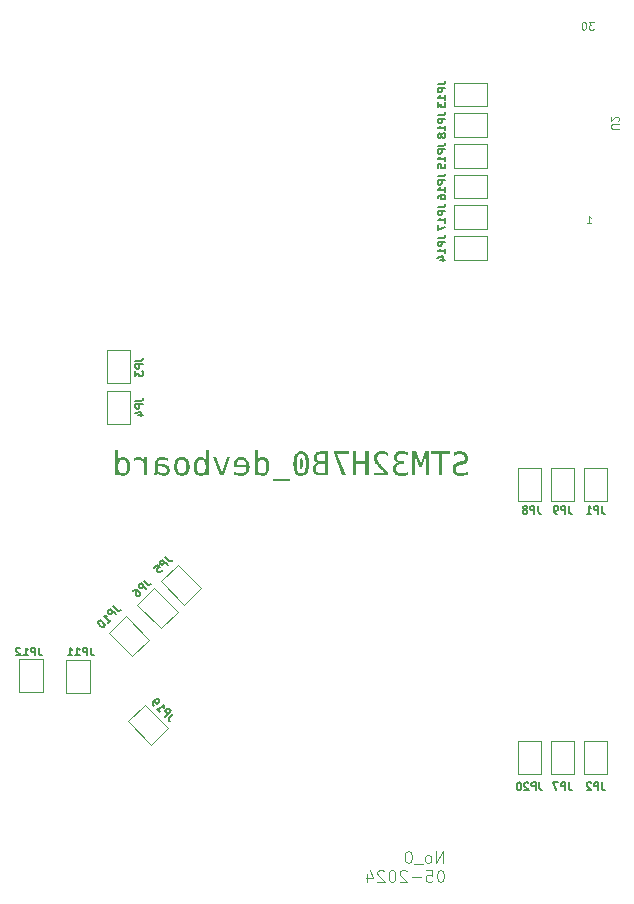
<source format=gbr>
%TF.GenerationSoftware,KiCad,Pcbnew,8.0.1*%
%TF.CreationDate,2024-05-16T13:17:23+02:00*%
%TF.ProjectId,STM32H7B0_devboard,53544d33-3248-4374-9230-5f646576626f,rev?*%
%TF.SameCoordinates,Original*%
%TF.FileFunction,Legend,Bot*%
%TF.FilePolarity,Positive*%
%FSLAX46Y46*%
G04 Gerber Fmt 4.6, Leading zero omitted, Abs format (unit mm)*
G04 Created by KiCad (PCBNEW 8.0.1) date 2024-05-16 13:17:23*
%MOMM*%
%LPD*%
G01*
G04 APERTURE LIST*
%ADD10C,0.100000*%
%ADD11C,0.150000*%
%ADD12C,0.120000*%
G04 APERTURE END LIST*
D10*
X171641353Y-49065252D02*
X171238972Y-49065252D01*
X171238972Y-49065252D02*
X171455639Y-49312871D01*
X171455639Y-49312871D02*
X171362782Y-49312871D01*
X171362782Y-49312871D02*
X171300877Y-49343823D01*
X171300877Y-49343823D02*
X171269925Y-49374776D01*
X171269925Y-49374776D02*
X171238972Y-49436680D01*
X171238972Y-49436680D02*
X171238972Y-49591442D01*
X171238972Y-49591442D02*
X171269925Y-49653347D01*
X171269925Y-49653347D02*
X171300877Y-49684300D01*
X171300877Y-49684300D02*
X171362782Y-49715252D01*
X171362782Y-49715252D02*
X171548496Y-49715252D01*
X171548496Y-49715252D02*
X171610401Y-49684300D01*
X171610401Y-49684300D02*
X171641353Y-49653347D01*
X170836591Y-49065252D02*
X170774686Y-49065252D01*
X170774686Y-49065252D02*
X170712782Y-49096204D01*
X170712782Y-49096204D02*
X170681829Y-49127157D01*
X170681829Y-49127157D02*
X170650877Y-49189061D01*
X170650877Y-49189061D02*
X170619924Y-49312871D01*
X170619924Y-49312871D02*
X170619924Y-49467633D01*
X170619924Y-49467633D02*
X170650877Y-49591442D01*
X170650877Y-49591442D02*
X170681829Y-49653347D01*
X170681829Y-49653347D02*
X170712782Y-49684300D01*
X170712782Y-49684300D02*
X170774686Y-49715252D01*
X170774686Y-49715252D02*
X170836591Y-49715252D01*
X170836591Y-49715252D02*
X170898496Y-49684300D01*
X170898496Y-49684300D02*
X170929448Y-49653347D01*
X170929448Y-49653347D02*
X170960401Y-49591442D01*
X170960401Y-49591442D02*
X170991353Y-49467633D01*
X170991353Y-49467633D02*
X170991353Y-49312871D01*
X170991353Y-49312871D02*
X170960401Y-49189061D01*
X170960401Y-49189061D02*
X170929448Y-49127157D01*
X170929448Y-49127157D02*
X170898496Y-49096204D01*
X170898496Y-49096204D02*
X170836591Y-49065252D01*
X158896115Y-120262475D02*
X158896115Y-119262475D01*
X158896115Y-119262475D02*
X158324687Y-120262475D01*
X158324687Y-120262475D02*
X158324687Y-119262475D01*
X157705639Y-120262475D02*
X157800877Y-120214856D01*
X157800877Y-120214856D02*
X157848496Y-120167236D01*
X157848496Y-120167236D02*
X157896115Y-120071998D01*
X157896115Y-120071998D02*
X157896115Y-119786284D01*
X157896115Y-119786284D02*
X157848496Y-119691046D01*
X157848496Y-119691046D02*
X157800877Y-119643427D01*
X157800877Y-119643427D02*
X157705639Y-119595808D01*
X157705639Y-119595808D02*
X157562782Y-119595808D01*
X157562782Y-119595808D02*
X157467544Y-119643427D01*
X157467544Y-119643427D02*
X157419925Y-119691046D01*
X157419925Y-119691046D02*
X157372306Y-119786284D01*
X157372306Y-119786284D02*
X157372306Y-120071998D01*
X157372306Y-120071998D02*
X157419925Y-120167236D01*
X157419925Y-120167236D02*
X157467544Y-120214856D01*
X157467544Y-120214856D02*
X157562782Y-120262475D01*
X157562782Y-120262475D02*
X157705639Y-120262475D01*
X157181830Y-120357713D02*
X156419925Y-120357713D01*
X155991353Y-119262475D02*
X155896115Y-119262475D01*
X155896115Y-119262475D02*
X155800877Y-119310094D01*
X155800877Y-119310094D02*
X155753258Y-119357713D01*
X155753258Y-119357713D02*
X155705639Y-119452951D01*
X155705639Y-119452951D02*
X155658020Y-119643427D01*
X155658020Y-119643427D02*
X155658020Y-119881522D01*
X155658020Y-119881522D02*
X155705639Y-120071998D01*
X155705639Y-120071998D02*
X155753258Y-120167236D01*
X155753258Y-120167236D02*
X155800877Y-120214856D01*
X155800877Y-120214856D02*
X155896115Y-120262475D01*
X155896115Y-120262475D02*
X155991353Y-120262475D01*
X155991353Y-120262475D02*
X156086591Y-120214856D01*
X156086591Y-120214856D02*
X156134210Y-120167236D01*
X156134210Y-120167236D02*
X156181829Y-120071998D01*
X156181829Y-120071998D02*
X156229448Y-119881522D01*
X156229448Y-119881522D02*
X156229448Y-119643427D01*
X156229448Y-119643427D02*
X156181829Y-119452951D01*
X156181829Y-119452951D02*
X156134210Y-119357713D01*
X156134210Y-119357713D02*
X156086591Y-119310094D01*
X156086591Y-119310094D02*
X155991353Y-119262475D01*
X158705639Y-120872419D02*
X158610401Y-120872419D01*
X158610401Y-120872419D02*
X158515163Y-120920038D01*
X158515163Y-120920038D02*
X158467544Y-120967657D01*
X158467544Y-120967657D02*
X158419925Y-121062895D01*
X158419925Y-121062895D02*
X158372306Y-121253371D01*
X158372306Y-121253371D02*
X158372306Y-121491466D01*
X158372306Y-121491466D02*
X158419925Y-121681942D01*
X158419925Y-121681942D02*
X158467544Y-121777180D01*
X158467544Y-121777180D02*
X158515163Y-121824800D01*
X158515163Y-121824800D02*
X158610401Y-121872419D01*
X158610401Y-121872419D02*
X158705639Y-121872419D01*
X158705639Y-121872419D02*
X158800877Y-121824800D01*
X158800877Y-121824800D02*
X158848496Y-121777180D01*
X158848496Y-121777180D02*
X158896115Y-121681942D01*
X158896115Y-121681942D02*
X158943734Y-121491466D01*
X158943734Y-121491466D02*
X158943734Y-121253371D01*
X158943734Y-121253371D02*
X158896115Y-121062895D01*
X158896115Y-121062895D02*
X158848496Y-120967657D01*
X158848496Y-120967657D02*
X158800877Y-120920038D01*
X158800877Y-120920038D02*
X158705639Y-120872419D01*
X157467544Y-120872419D02*
X157943734Y-120872419D01*
X157943734Y-120872419D02*
X157991353Y-121348609D01*
X157991353Y-121348609D02*
X157943734Y-121300990D01*
X157943734Y-121300990D02*
X157848496Y-121253371D01*
X157848496Y-121253371D02*
X157610401Y-121253371D01*
X157610401Y-121253371D02*
X157515163Y-121300990D01*
X157515163Y-121300990D02*
X157467544Y-121348609D01*
X157467544Y-121348609D02*
X157419925Y-121443847D01*
X157419925Y-121443847D02*
X157419925Y-121681942D01*
X157419925Y-121681942D02*
X157467544Y-121777180D01*
X157467544Y-121777180D02*
X157515163Y-121824800D01*
X157515163Y-121824800D02*
X157610401Y-121872419D01*
X157610401Y-121872419D02*
X157848496Y-121872419D01*
X157848496Y-121872419D02*
X157943734Y-121824800D01*
X157943734Y-121824800D02*
X157991353Y-121777180D01*
X156991353Y-121491466D02*
X156229449Y-121491466D01*
X155800877Y-120967657D02*
X155753258Y-120920038D01*
X155753258Y-120920038D02*
X155658020Y-120872419D01*
X155658020Y-120872419D02*
X155419925Y-120872419D01*
X155419925Y-120872419D02*
X155324687Y-120920038D01*
X155324687Y-120920038D02*
X155277068Y-120967657D01*
X155277068Y-120967657D02*
X155229449Y-121062895D01*
X155229449Y-121062895D02*
X155229449Y-121158133D01*
X155229449Y-121158133D02*
X155277068Y-121300990D01*
X155277068Y-121300990D02*
X155848496Y-121872419D01*
X155848496Y-121872419D02*
X155229449Y-121872419D01*
X154610401Y-120872419D02*
X154515163Y-120872419D01*
X154515163Y-120872419D02*
X154419925Y-120920038D01*
X154419925Y-120920038D02*
X154372306Y-120967657D01*
X154372306Y-120967657D02*
X154324687Y-121062895D01*
X154324687Y-121062895D02*
X154277068Y-121253371D01*
X154277068Y-121253371D02*
X154277068Y-121491466D01*
X154277068Y-121491466D02*
X154324687Y-121681942D01*
X154324687Y-121681942D02*
X154372306Y-121777180D01*
X154372306Y-121777180D02*
X154419925Y-121824800D01*
X154419925Y-121824800D02*
X154515163Y-121872419D01*
X154515163Y-121872419D02*
X154610401Y-121872419D01*
X154610401Y-121872419D02*
X154705639Y-121824800D01*
X154705639Y-121824800D02*
X154753258Y-121777180D01*
X154753258Y-121777180D02*
X154800877Y-121681942D01*
X154800877Y-121681942D02*
X154848496Y-121491466D01*
X154848496Y-121491466D02*
X154848496Y-121253371D01*
X154848496Y-121253371D02*
X154800877Y-121062895D01*
X154800877Y-121062895D02*
X154753258Y-120967657D01*
X154753258Y-120967657D02*
X154705639Y-120920038D01*
X154705639Y-120920038D02*
X154610401Y-120872419D01*
X153896115Y-120967657D02*
X153848496Y-120920038D01*
X153848496Y-120920038D02*
X153753258Y-120872419D01*
X153753258Y-120872419D02*
X153515163Y-120872419D01*
X153515163Y-120872419D02*
X153419925Y-120920038D01*
X153419925Y-120920038D02*
X153372306Y-120967657D01*
X153372306Y-120967657D02*
X153324687Y-121062895D01*
X153324687Y-121062895D02*
X153324687Y-121158133D01*
X153324687Y-121158133D02*
X153372306Y-121300990D01*
X153372306Y-121300990D02*
X153943734Y-121872419D01*
X153943734Y-121872419D02*
X153324687Y-121872419D01*
X152467544Y-121205752D02*
X152467544Y-121872419D01*
X152705639Y-120824800D02*
X152943734Y-121539085D01*
X152943734Y-121539085D02*
X152324687Y-121539085D01*
G36*
X160401325Y-87491263D02*
G01*
X160501902Y-87487742D01*
X160602133Y-87477179D01*
X160692951Y-87461465D01*
X160792589Y-87437747D01*
X160892689Y-87407564D01*
X160984089Y-87374515D01*
X160984089Y-87086308D01*
X160898111Y-87137519D01*
X160804573Y-87184994D01*
X160713135Y-87222546D01*
X160686113Y-87231877D01*
X160590610Y-87258297D01*
X160485372Y-87274612D01*
X160405722Y-87278283D01*
X160306895Y-87272513D01*
X160209363Y-87252227D01*
X160117944Y-87212556D01*
X160078925Y-87185959D01*
X160012734Y-87112674D01*
X159974019Y-87019763D01*
X159962665Y-86918269D01*
X159973794Y-86818503D01*
X160014906Y-86725899D01*
X160041800Y-86694054D01*
X160120385Y-86635985D01*
X160152198Y-86620781D01*
X160248941Y-86587045D01*
X160320725Y-86569002D01*
X160468736Y-86535296D01*
X160567243Y-86509788D01*
X160663105Y-86477503D01*
X160710048Y-86458115D01*
X160799056Y-86409565D01*
X160877199Y-86346657D01*
X160881507Y-86342344D01*
X160943610Y-86263205D01*
X160985388Y-86169769D01*
X161006842Y-86062037D01*
X161009979Y-85996008D01*
X161003487Y-85896529D01*
X160979504Y-85790627D01*
X160937851Y-85695665D01*
X160878525Y-85611643D01*
X160825331Y-85558325D01*
X160742183Y-85497190D01*
X160653087Y-85452644D01*
X160615771Y-85438646D01*
X160519142Y-85413046D01*
X160413171Y-85399262D01*
X160337334Y-85396636D01*
X160238960Y-85400667D01*
X160137522Y-85412760D01*
X160089672Y-85421060D01*
X159992310Y-85444141D01*
X159958269Y-85453300D01*
X159861507Y-85482287D01*
X159816608Y-85497752D01*
X159816608Y-85776189D01*
X159901258Y-85725019D01*
X159944591Y-85702916D01*
X160037373Y-85662708D01*
X160068178Y-85651625D01*
X160163433Y-85626026D01*
X160266625Y-85611626D01*
X160322191Y-85609616D01*
X160425686Y-85616841D01*
X160525635Y-85641819D01*
X160617286Y-85689901D01*
X160631891Y-85700963D01*
X160701546Y-85778655D01*
X160739052Y-85875443D01*
X160746196Y-85950579D01*
X160733297Y-86048463D01*
X160726657Y-86066838D01*
X160670969Y-86147438D01*
X160587473Y-86202774D01*
X160496034Y-86239086D01*
X160393510Y-86267117D01*
X160248429Y-86299846D01*
X160147588Y-86326694D01*
X160043136Y-86365222D01*
X159952896Y-86411511D01*
X159867166Y-86473915D01*
X159831263Y-86508918D01*
X159767270Y-86596124D01*
X159727970Y-86687654D01*
X159705218Y-86792373D01*
X159698883Y-86894822D01*
X159704540Y-86995913D01*
X159723614Y-87093950D01*
X159746755Y-87159092D01*
X159795468Y-87247449D01*
X159862809Y-87325724D01*
X159878157Y-87339344D01*
X159964300Y-87398539D01*
X160066291Y-87443194D01*
X160166326Y-87469899D01*
X160278004Y-87485922D01*
X160379963Y-87491114D01*
X160401325Y-87491263D01*
G37*
G36*
X158810327Y-85640879D02*
G01*
X159451221Y-85640879D01*
X159451221Y-85427899D01*
X157894417Y-85427899D01*
X157894417Y-85640879D01*
X158532868Y-85640879D01*
X158532868Y-87460000D01*
X158810327Y-87460000D01*
X158810327Y-85640879D01*
G37*
G36*
X157713677Y-85427899D02*
G01*
X157344870Y-85427899D01*
X156992184Y-86465931D01*
X156636566Y-85427899D01*
X156265806Y-85427899D01*
X156265806Y-87460000D01*
X156521772Y-87460000D01*
X156521772Y-85679469D01*
X156885205Y-86735575D01*
X157094277Y-86735575D01*
X157459665Y-85679469D01*
X157459665Y-87460000D01*
X157713677Y-87460000D01*
X157713677Y-85427899D01*
G37*
G36*
X155373342Y-87491263D02*
G01*
X155475100Y-87487965D01*
X155510607Y-87485401D01*
X155610265Y-87474780D01*
X155656175Y-87467815D01*
X155753068Y-87449986D01*
X155794417Y-87440949D01*
X155892521Y-87415343D01*
X155943405Y-87399916D01*
X155943405Y-87124410D01*
X155852985Y-87169981D01*
X155806629Y-87191332D01*
X155712532Y-87227686D01*
X155668387Y-87241158D01*
X155571342Y-87263047D01*
X155534054Y-87269002D01*
X155433304Y-87277703D01*
X155399232Y-87278283D01*
X155291887Y-87271536D01*
X155187181Y-87247815D01*
X155090782Y-87201428D01*
X155050453Y-87170327D01*
X154986311Y-87093658D01*
X154945925Y-86999815D01*
X154929889Y-86900674D01*
X154928820Y-86864535D01*
X154938364Y-86762844D01*
X154971356Y-86665261D01*
X155027914Y-86583898D01*
X155049476Y-86562651D01*
X155133406Y-86505207D01*
X155234986Y-86469038D01*
X155341499Y-86454676D01*
X155380181Y-86453719D01*
X155590718Y-86453719D01*
X155590718Y-86240739D01*
X155380181Y-86240739D01*
X155278601Y-86234248D01*
X155182048Y-86211808D01*
X155088855Y-86163723D01*
X155082205Y-86158674D01*
X155013889Y-86081335D01*
X154981741Y-85988908D01*
X154976692Y-85925666D01*
X154990568Y-85821550D01*
X155036918Y-85730928D01*
X155075366Y-85691681D01*
X155160568Y-85641673D01*
X155262205Y-85616107D01*
X155362107Y-85609616D01*
X155465530Y-85614852D01*
X155568432Y-85629090D01*
X155609769Y-85636971D01*
X155709626Y-85660647D01*
X155803455Y-85689833D01*
X155881856Y-85719036D01*
X155881856Y-85478702D01*
X155781420Y-85455060D01*
X155679427Y-85433682D01*
X155586322Y-85417152D01*
X155489511Y-85403869D01*
X155389760Y-85397137D01*
X155355268Y-85396636D01*
X155251015Y-85401651D01*
X155152943Y-85416694D01*
X155090997Y-85432295D01*
X154997647Y-85467315D01*
X154908475Y-85518553D01*
X154879483Y-85540251D01*
X154802333Y-85616790D01*
X154747226Y-85705725D01*
X154714161Y-85807056D01*
X154703312Y-85905888D01*
X154703140Y-85920781D01*
X154712490Y-86020577D01*
X154727076Y-86073677D01*
X154772587Y-86162560D01*
X154796441Y-86193356D01*
X154870639Y-86259689D01*
X154956124Y-86307469D01*
X155058782Y-86343323D01*
X155069993Y-86346252D01*
X154975287Y-86378340D01*
X154882903Y-86426919D01*
X154805512Y-86488712D01*
X154762247Y-86537250D01*
X154708786Y-86622979D01*
X154680669Y-86696496D01*
X154660849Y-86792328D01*
X154655268Y-86882609D01*
X154661863Y-86984298D01*
X154686226Y-87092343D01*
X154728541Y-87188982D01*
X154788808Y-87274213D01*
X154842847Y-87328108D01*
X154924706Y-87386830D01*
X155019465Y-87432814D01*
X155067550Y-87449741D01*
X155163189Y-87473381D01*
X155268757Y-87487208D01*
X155373342Y-87491263D01*
G37*
G36*
X154255198Y-87276329D02*
G01*
X154221004Y-87191332D01*
X154152825Y-87119575D01*
X154081590Y-87044322D01*
X154036357Y-86996427D01*
X153968064Y-86923688D01*
X153896909Y-86847133D01*
X153830423Y-86774971D01*
X153807745Y-86750230D01*
X153739914Y-86675979D01*
X153671014Y-86600589D01*
X153668039Y-86597334D01*
X153601013Y-86523142D01*
X153596231Y-86517711D01*
X153545429Y-86458115D01*
X153484091Y-86381479D01*
X153430146Y-86308639D01*
X153377987Y-86224470D01*
X153359316Y-86186517D01*
X153326591Y-86093005D01*
X153311865Y-85993020D01*
X153311444Y-85973049D01*
X153321223Y-85874007D01*
X153354571Y-85781700D01*
X153411584Y-85706824D01*
X153498000Y-85647588D01*
X153595801Y-85617305D01*
X153689043Y-85609616D01*
X153798989Y-85618615D01*
X153897804Y-85640654D01*
X154000844Y-85675917D01*
X154108108Y-85724403D01*
X154200723Y-85774909D01*
X154238590Y-85797683D01*
X154238590Y-85522177D01*
X154142993Y-85483105D01*
X154047626Y-85451190D01*
X153961130Y-85428387D01*
X153859991Y-85409039D01*
X153759538Y-85398620D01*
X153692951Y-85396636D01*
X153588881Y-85402063D01*
X153489894Y-85418343D01*
X153426727Y-85435226D01*
X153330678Y-85473440D01*
X153244949Y-85526165D01*
X153208862Y-85555394D01*
X153139467Y-85630713D01*
X153087482Y-85713794D01*
X153077948Y-85733203D01*
X153044221Y-85830148D01*
X153029815Y-85929210D01*
X153028611Y-85969630D01*
X153037060Y-86070586D01*
X153062408Y-86171954D01*
X153088695Y-86239762D01*
X153135808Y-86328259D01*
X153166364Y-86373607D01*
X153227621Y-86454270D01*
X153287020Y-86527480D01*
X153351721Y-86602264D01*
X153381297Y-86635924D01*
X153448411Y-86710422D01*
X153508304Y-86775631D01*
X153576478Y-86847793D01*
X153605024Y-86877236D01*
X153674450Y-86946845D01*
X153698813Y-86971025D01*
X153769448Y-87041861D01*
X153811653Y-87084842D01*
X153882117Y-87157871D01*
X153949621Y-87229076D01*
X153966503Y-87247020D01*
X153014933Y-87247020D01*
X153014933Y-87460000D01*
X154255198Y-87460000D01*
X154255198Y-87276329D01*
G37*
G36*
X152591416Y-85427899D02*
G01*
X152313468Y-85427899D01*
X152313468Y-86272002D01*
X151557780Y-86272002D01*
X151557780Y-85427899D01*
X151279832Y-85427899D01*
X151279832Y-87460000D01*
X151557780Y-87460000D01*
X151557780Y-86484982D01*
X152313468Y-86484982D01*
X152313468Y-87460000D01*
X152591416Y-87460000D01*
X152591416Y-85427899D01*
G37*
G36*
X149926727Y-85640879D02*
G01*
X150904187Y-85640879D01*
X150904187Y-85427899D01*
X149618981Y-85427899D01*
X149618981Y-85537320D01*
X150349267Y-87460000D01*
X150637473Y-87460000D01*
X149926727Y-85640879D01*
G37*
G36*
X149182763Y-87460000D02*
G01*
X148578506Y-87460000D01*
X148556298Y-87459862D01*
X148450382Y-87455036D01*
X148334553Y-87440147D01*
X148231021Y-87415332D01*
X148125774Y-87373835D01*
X148037264Y-87318827D01*
X147994674Y-87281794D01*
X147926530Y-87195088D01*
X147885538Y-87105395D01*
X147861936Y-87002800D01*
X147855547Y-86904591D01*
X147856818Y-86879190D01*
X148133007Y-86879190D01*
X148141122Y-86980246D01*
X148173078Y-87080461D01*
X148235589Y-87160558D01*
X148279644Y-87189941D01*
X148373831Y-87225404D01*
X148480786Y-87242882D01*
X148578506Y-87247020D01*
X148905303Y-87247020D01*
X148905303Y-86484982D01*
X148578506Y-86484982D01*
X148523330Y-86486463D01*
X148424106Y-86498309D01*
X148330216Y-86525794D01*
X148240963Y-86579748D01*
X148227890Y-86592195D01*
X148171066Y-86675592D01*
X148141547Y-86773347D01*
X148133007Y-86879190D01*
X147856818Y-86879190D01*
X147859532Y-86824959D01*
X147877239Y-86727490D01*
X147914093Y-86629736D01*
X147968876Y-86544577D01*
X148014517Y-86496051D01*
X148094764Y-86437752D01*
X148189153Y-86396841D01*
X148284926Y-86375073D01*
X148219553Y-86361861D01*
X148126168Y-86326713D01*
X148090341Y-86305813D01*
X148015282Y-86239762D01*
X147990629Y-86205349D01*
X147949825Y-86115198D01*
X147933797Y-86046877D01*
X147926378Y-85946671D01*
X147926409Y-85943740D01*
X148205303Y-85943740D01*
X148208429Y-86004259D01*
X148233433Y-86105925D01*
X148294207Y-86191891D01*
X148375998Y-86240709D01*
X148479456Y-86265665D01*
X148584368Y-86272002D01*
X148905303Y-86272002D01*
X148905303Y-85640879D01*
X148584368Y-85640879D01*
X148490121Y-85645275D01*
X148383761Y-85665677D01*
X148292742Y-85711221D01*
X148254487Y-85751399D01*
X148215635Y-85842213D01*
X148205303Y-85943740D01*
X147926409Y-85943740D01*
X147926543Y-85931242D01*
X147936972Y-85829465D01*
X147968754Y-85726486D01*
X148021724Y-85637734D01*
X148095882Y-85563210D01*
X148164942Y-85517225D01*
X148258014Y-85475601D01*
X148364549Y-85446927D01*
X148466582Y-85432656D01*
X148578506Y-85427899D01*
X149182763Y-85427899D01*
X149182763Y-87460000D01*
G37*
G36*
X146921872Y-85975021D02*
G01*
X146968461Y-86061574D01*
X146992882Y-86157208D01*
X147004286Y-86220736D01*
X147014863Y-86319385D01*
X147016123Y-86340054D01*
X147020237Y-86438576D01*
X147019198Y-86475895D01*
X147011444Y-86575352D01*
X147005214Y-86628999D01*
X146988485Y-86729225D01*
X146978799Y-86772665D01*
X146948429Y-86868932D01*
X146880530Y-86928527D01*
X146840280Y-86912530D01*
X146791340Y-86824053D01*
X146768667Y-86726294D01*
X146759005Y-86657166D01*
X146750104Y-86558743D01*
X146749513Y-86548756D01*
X146745219Y-86449323D01*
X146746030Y-86416245D01*
X146753524Y-86316943D01*
X146759868Y-86259799D01*
X146775505Y-86161605D01*
X146788176Y-86105238D01*
X146821423Y-86012128D01*
X146886392Y-85959371D01*
X146921872Y-85975021D01*
G37*
G36*
X146923856Y-85397672D02*
G01*
X147037395Y-85413214D01*
X147139462Y-85447406D01*
X147230057Y-85500248D01*
X147309180Y-85571741D01*
X147376831Y-85661884D01*
X147387110Y-85678767D01*
X147433606Y-85770511D01*
X147471946Y-85874467D01*
X147502128Y-85990635D01*
X147520400Y-86092362D01*
X147533452Y-86201905D01*
X147541283Y-86319263D01*
X147543893Y-86444438D01*
X147543730Y-86476404D01*
X147539815Y-86599403D01*
X147530679Y-86714617D01*
X147516322Y-86822046D01*
X147496744Y-86921689D01*
X147464930Y-87035296D01*
X147424960Y-87136737D01*
X147376831Y-87226015D01*
X147344440Y-87273418D01*
X147271052Y-87354235D01*
X147186193Y-87416403D01*
X147089862Y-87459920D01*
X146982060Y-87484787D01*
X146883461Y-87491263D01*
X146843231Y-87490226D01*
X146729985Y-87474685D01*
X146627901Y-87440493D01*
X146536979Y-87387650D01*
X146457221Y-87316158D01*
X146388625Y-87226015D01*
X146368727Y-87192653D01*
X146324391Y-87100499D01*
X146291096Y-87006874D01*
X146264061Y-86903126D01*
X146256466Y-86866225D01*
X146239865Y-86761651D01*
X146229697Y-86662785D01*
X146223596Y-86557048D01*
X146221563Y-86444438D01*
X146499023Y-86444438D01*
X146500503Y-86546676D01*
X146506519Y-86664922D01*
X146517161Y-86772553D01*
X146532431Y-86869571D01*
X146556863Y-86971981D01*
X146593789Y-87072142D01*
X146625719Y-87131528D01*
X146695636Y-87213059D01*
X146781550Y-87261977D01*
X146883461Y-87278283D01*
X146951902Y-87271036D01*
X147041942Y-87232988D01*
X147116835Y-87162329D01*
X147170690Y-87072142D01*
X147207997Y-86972816D01*
X147232680Y-86870749D01*
X147248108Y-86773755D01*
X147258860Y-86665909D01*
X147264938Y-86547211D01*
X147266434Y-86444438D01*
X147265849Y-86377777D01*
X147262483Y-86277668D01*
X147255120Y-86174679D01*
X147242498Y-86072212D01*
X147230880Y-86007180D01*
X147205636Y-85907334D01*
X147170690Y-85815757D01*
X147138820Y-85756370D01*
X147069310Y-85674840D01*
X146984191Y-85625922D01*
X146883461Y-85609616D01*
X146813743Y-85616914D01*
X146722497Y-85655232D01*
X146647247Y-85726394D01*
X146593789Y-85817222D01*
X146556863Y-85916859D01*
X146532431Y-86019006D01*
X146517161Y-86115935D01*
X146506519Y-86223597D01*
X146500503Y-86341993D01*
X146499023Y-86444438D01*
X146221563Y-86444438D01*
X146221729Y-86411620D01*
X146224924Y-86301113D01*
X146232187Y-86197386D01*
X146245468Y-86087141D01*
X146264061Y-85985750D01*
X146272377Y-85949867D01*
X146301499Y-85849073D01*
X146341198Y-85749134D01*
X146388625Y-85661884D01*
X146421278Y-85614481D01*
X146495112Y-85533663D01*
X146580315Y-85471496D01*
X146676886Y-85427979D01*
X146784826Y-85403112D01*
X146883461Y-85396636D01*
X146923856Y-85397672D01*
G37*
G36*
X145912840Y-87741367D02*
G01*
X144485484Y-87741367D01*
X144485484Y-87897683D01*
X145912840Y-87897683D01*
X145912840Y-87741367D01*
G37*
G36*
X143184159Y-86137669D02*
G01*
X143209169Y-86093774D01*
X143274080Y-86014221D01*
X143353663Y-85955952D01*
X143394559Y-85935865D01*
X143489764Y-85906600D01*
X143593998Y-85896845D01*
X143660623Y-85900150D01*
X143768731Y-85921839D01*
X143866041Y-85963770D01*
X143952551Y-86025943D01*
X144028262Y-86108360D01*
X144065929Y-86163612D01*
X144113012Y-86255392D01*
X144148796Y-86357854D01*
X144173279Y-86470997D01*
X144185050Y-86573443D01*
X144188974Y-86683307D01*
X144186064Y-86773792D01*
X144176141Y-86872884D01*
X144159176Y-86971514D01*
X144141713Y-87041306D01*
X144106816Y-87140270D01*
X144061479Y-87232365D01*
X144024690Y-87288297D01*
X143958859Y-87361203D01*
X143880251Y-87420921D01*
X143795710Y-87460969D01*
X143698586Y-87484393D01*
X143599371Y-87491263D01*
X143531655Y-87487637D01*
X143424024Y-87463845D01*
X143330231Y-87417847D01*
X143250276Y-87349642D01*
X143184159Y-87259232D01*
X143159246Y-87460000D01*
X142932588Y-87460000D01*
X142932588Y-86692588D01*
X143184159Y-86692588D01*
X143187578Y-86788087D01*
X143197836Y-86887983D01*
X143217864Y-86986779D01*
X143250593Y-87078981D01*
X143290998Y-87150080D01*
X143362456Y-87223084D01*
X143453130Y-87266154D01*
X143554431Y-87278283D01*
X143656784Y-87265939D01*
X143747871Y-87222107D01*
X143808729Y-87162358D01*
X143858757Y-87077515D01*
X143890387Y-86985680D01*
X143910048Y-86887006D01*
X143919866Y-86793196D01*
X143923726Y-86692588D01*
X143920307Y-86598433D01*
X143910048Y-86499637D01*
X143891966Y-86407280D01*
X143858757Y-86309616D01*
X143819020Y-86238276D01*
X143747871Y-86165512D01*
X143656784Y-86122061D01*
X143554431Y-86109825D01*
X143453130Y-86122061D01*
X143362456Y-86165512D01*
X143301383Y-86224667D01*
X143250593Y-86309616D01*
X143217864Y-86401329D01*
X143197836Y-86499637D01*
X143188019Y-86592394D01*
X143184159Y-86692588D01*
X142932588Y-86692588D01*
X142932588Y-85334110D01*
X143184159Y-85334110D01*
X143184159Y-86137669D01*
G37*
G36*
X141893056Y-85902011D02*
G01*
X141996470Y-85920566D01*
X142090542Y-85952615D01*
X142185205Y-86004801D01*
X142241643Y-86047763D01*
X142316059Y-86122187D01*
X142378188Y-86208591D01*
X142423098Y-86295450D01*
X142458147Y-86389727D01*
X142483182Y-86489378D01*
X142498203Y-86594403D01*
X142503210Y-86704801D01*
X142500057Y-86793621D01*
X142487251Y-86897885D01*
X142464594Y-86994635D01*
X142424403Y-87100817D01*
X142370027Y-87196181D01*
X142301465Y-87280725D01*
X142248647Y-87330070D01*
X142160491Y-87391751D01*
X142061618Y-87438628D01*
X141952030Y-87470702D01*
X141852520Y-87486123D01*
X141745568Y-87491263D01*
X141676325Y-87489278D01*
X141573835Y-87478860D01*
X141472993Y-87459511D01*
X141406529Y-87442078D01*
X141307633Y-87411006D01*
X141209699Y-87374026D01*
X141209699Y-87131249D01*
X141272531Y-87160649D01*
X141368839Y-87200514D01*
X141467620Y-87235296D01*
X141534848Y-87254103D01*
X141637750Y-87272238D01*
X141743126Y-87278283D01*
X141831225Y-87273474D01*
X141935547Y-87252103D01*
X142034955Y-87207624D01*
X142115352Y-87141507D01*
X142164269Y-87077179D01*
X142209508Y-86981284D01*
X142233046Y-86883586D01*
X142240893Y-86774166D01*
X142240893Y-86766350D01*
X141151081Y-86766350D01*
X141151081Y-86642274D01*
X141152567Y-86578030D01*
X141154780Y-86553370D01*
X141402651Y-86553370D01*
X142231123Y-86553370D01*
X142227093Y-86522947D01*
X142203371Y-86421994D01*
X142164689Y-86329644D01*
X142157936Y-86317225D01*
X142097193Y-86234307D01*
X142018632Y-86169420D01*
X141981864Y-86149167D01*
X141883649Y-86118206D01*
X141785624Y-86109825D01*
X141751911Y-86110749D01*
X141654045Y-86126507D01*
X141563363Y-86168932D01*
X141490823Y-86238053D01*
X141441242Y-86328178D01*
X141432197Y-86353709D01*
X141410038Y-86448958D01*
X141402651Y-86553370D01*
X141154780Y-86553370D01*
X141161645Y-86476892D01*
X141183432Y-86365316D01*
X141217103Y-86264423D01*
X141262658Y-86174212D01*
X141320097Y-86094682D01*
X141388138Y-86027448D01*
X141479760Y-85966590D01*
X141584566Y-85924666D01*
X141684893Y-85903800D01*
X141794905Y-85896845D01*
X141893056Y-85902011D01*
G37*
G36*
X140851639Y-85928108D02*
G01*
X140590788Y-85928108D01*
X140146266Y-87214291D01*
X139700767Y-85928108D01*
X139439427Y-85928108D01*
X139983600Y-87460000D01*
X140307466Y-87460000D01*
X140851639Y-85928108D01*
G37*
G36*
X139040334Y-87460000D02*
G01*
X138813189Y-87460000D01*
X138788764Y-87259232D01*
X138743837Y-87326077D01*
X138667956Y-87400626D01*
X138576928Y-87452968D01*
X138470753Y-87483105D01*
X138367690Y-87491263D01*
X138279500Y-87485698D01*
X138182943Y-87463785D01*
X138091695Y-87420921D01*
X138044692Y-87387758D01*
X137968811Y-87314637D01*
X137911933Y-87233831D01*
X137876753Y-87166189D01*
X137839224Y-87069870D01*
X137814235Y-86975422D01*
X137798264Y-86886788D01*
X137787528Y-86789071D01*
X137784056Y-86694054D01*
X138049197Y-86694054D01*
X138052616Y-86788332D01*
X138062875Y-86887494D01*
X138082536Y-86986046D01*
X138114166Y-87078492D01*
X138153903Y-87149926D01*
X138225052Y-87223084D01*
X138315758Y-87266154D01*
X138418004Y-87278283D01*
X138519655Y-87266154D01*
X138610467Y-87223084D01*
X138671296Y-87163686D01*
X138722330Y-87078981D01*
X138755059Y-86986779D01*
X138775087Y-86887983D01*
X138784904Y-86794202D01*
X138788764Y-86692588D01*
X138785345Y-86598189D01*
X138775087Y-86498660D01*
X138756683Y-86406060D01*
X138722330Y-86308639D01*
X138681685Y-86237967D01*
X138610467Y-86165512D01*
X138519655Y-86122061D01*
X138418004Y-86109825D01*
X138315758Y-86122061D01*
X138225052Y-86165512D01*
X138164194Y-86224667D01*
X138114166Y-86309616D01*
X138082536Y-86401451D01*
X138062875Y-86500125D01*
X138053057Y-86593584D01*
X138049197Y-86694054D01*
X137784056Y-86694054D01*
X137783949Y-86691123D01*
X137786268Y-86611950D01*
X137796572Y-86506265D01*
X137813258Y-86409267D01*
X137830325Y-86340268D01*
X137864969Y-86242724D01*
X137910467Y-86152323D01*
X137937326Y-86110523D01*
X138006361Y-86031033D01*
X138090230Y-85966699D01*
X138173312Y-85926929D01*
X138268747Y-85903667D01*
X138366224Y-85896845D01*
X138417103Y-85898923D01*
X138520742Y-85917683D01*
X138615352Y-85955952D01*
X138661384Y-85984683D01*
X138734840Y-86054412D01*
X138788764Y-86137669D01*
X138788764Y-85334110D01*
X139040334Y-85334110D01*
X139040334Y-87460000D01*
G37*
G36*
X136795874Y-85897047D02*
G01*
X136907867Y-85906709D01*
X137009521Y-85930867D01*
X137100838Y-85969518D01*
X137194307Y-86032931D01*
X137263224Y-86102986D01*
X137312055Y-86171806D01*
X137359729Y-86266007D01*
X137395483Y-86372883D01*
X137416175Y-86471627D01*
X137428590Y-86579172D01*
X137432728Y-86695519D01*
X137430087Y-86788950D01*
X137419359Y-86897860D01*
X137400377Y-86998016D01*
X137366706Y-87106649D01*
X137321151Y-87202676D01*
X137263712Y-87286099D01*
X137182545Y-87366040D01*
X137086932Y-87426347D01*
X136993480Y-87462411D01*
X136889416Y-87484050D01*
X136774738Y-87491263D01*
X136661090Y-87484101D01*
X136557919Y-87462617D01*
X136465223Y-87426811D01*
X136370318Y-87366935D01*
X136289672Y-87287564D01*
X136241121Y-87219307D01*
X136193723Y-87125655D01*
X136158174Y-87019192D01*
X136137602Y-86920686D01*
X136125258Y-86813284D01*
X136121144Y-86696985D01*
X136121267Y-86692588D01*
X136387857Y-86692588D01*
X136388250Y-86727429D01*
X136394146Y-86825792D01*
X136409968Y-86928872D01*
X136439842Y-87031278D01*
X136488485Y-87126852D01*
X136508113Y-87153915D01*
X136584515Y-87224898D01*
X136677804Y-87266304D01*
X136776203Y-87278283D01*
X136799313Y-87277691D01*
X136904728Y-87256988D01*
X136993257Y-87206708D01*
X137064898Y-87126852D01*
X137082969Y-87097304D01*
X137122468Y-87007217D01*
X137149327Y-86900704D01*
X137162460Y-86794031D01*
X137166015Y-86692588D01*
X137165622Y-86657929D01*
X137159726Y-86560087D01*
X137143904Y-86457572D01*
X137114030Y-86355753D01*
X137065387Y-86260767D01*
X137045746Y-86233792D01*
X136969115Y-86163038D01*
X136875311Y-86121765D01*
X136776203Y-86109825D01*
X136753155Y-86110415D01*
X136648044Y-86131051D01*
X136559821Y-86181169D01*
X136488485Y-86260767D01*
X136470502Y-86290128D01*
X136431194Y-86379673D01*
X136404465Y-86485583D01*
X136391395Y-86591678D01*
X136387857Y-86692588D01*
X136121267Y-86692588D01*
X136123785Y-86602532D01*
X136134513Y-86492558D01*
X136153495Y-86391576D01*
X136187166Y-86282268D01*
X136232721Y-86185909D01*
X136290160Y-86102498D01*
X136371187Y-86022366D01*
X136466379Y-85961915D01*
X136559247Y-85925765D01*
X136662522Y-85904075D01*
X136776203Y-85896845D01*
X136795874Y-85897047D01*
G37*
G36*
X135187312Y-85898738D02*
G01*
X135285933Y-85908676D01*
X135383042Y-85927131D01*
X135447125Y-85943282D01*
X135542678Y-85971286D01*
X135637543Y-86003824D01*
X135637543Y-86255882D01*
X135578314Y-86223337D01*
X135485349Y-86181617D01*
X135387438Y-86148415D01*
X135319966Y-86131532D01*
X135217613Y-86115252D01*
X135113886Y-86109825D01*
X135029256Y-86114527D01*
X134929241Y-86136345D01*
X134835450Y-86185052D01*
X134775022Y-86257821D01*
X134744131Y-86353250D01*
X134736287Y-86451765D01*
X134736287Y-86490844D01*
X135074319Y-86490844D01*
X135096101Y-86491019D01*
X135202661Y-86497164D01*
X135305310Y-86512085D01*
X135404047Y-86535785D01*
X135494798Y-86570312D01*
X135581402Y-86623170D01*
X135654152Y-86691612D01*
X135665686Y-86705751D01*
X135715825Y-86795660D01*
X135741872Y-86895227D01*
X135749406Y-86999357D01*
X135744340Y-87084669D01*
X135721824Y-87186289D01*
X135674962Y-87284044D01*
X135605303Y-87364256D01*
X135538541Y-87413744D01*
X135441782Y-87459511D01*
X135345459Y-87483325D01*
X135239427Y-87491263D01*
X135142035Y-87484727D01*
X135038431Y-87462441D01*
X134938520Y-87424340D01*
X134855172Y-87375596D01*
X134777595Y-87306000D01*
X134714794Y-87219665D01*
X134710903Y-87245901D01*
X134692812Y-87342274D01*
X134687339Y-87365464D01*
X134655687Y-87460000D01*
X134403140Y-87460000D01*
X134429329Y-87389623D01*
X134455112Y-87287133D01*
X134469574Y-87184494D01*
X134476422Y-87099280D01*
X134481748Y-87001006D01*
X134483740Y-86901172D01*
X134483740Y-86703824D01*
X134736287Y-86703824D01*
X134736287Y-86757557D01*
X134738461Y-86816341D01*
X134752303Y-86913199D01*
X134781716Y-87012547D01*
X134797048Y-87048544D01*
X134848967Y-87131867D01*
X134924354Y-87205010D01*
X134983907Y-87240430D01*
X135077616Y-87269625D01*
X135177878Y-87278283D01*
X135221141Y-87276601D01*
X135321344Y-87256490D01*
X135409420Y-87209406D01*
X135430143Y-87191088D01*
X135483244Y-87102817D01*
X135497836Y-87001311D01*
X135483346Y-86898894D01*
X135431891Y-86814221D01*
X135356664Y-86760122D01*
X135263852Y-86726782D01*
X135251073Y-86724002D01*
X135154136Y-86708868D01*
X135055268Y-86703824D01*
X134736287Y-86703824D01*
X134483740Y-86703824D01*
X134483740Y-86589030D01*
X134485440Y-86483036D01*
X134491317Y-86384117D01*
X134505233Y-86285191D01*
X134522117Y-86225355D01*
X134564981Y-86135722D01*
X134631263Y-86057069D01*
X134674192Y-86021983D01*
X134762848Y-85969103D01*
X134854989Y-85934459D01*
X134919958Y-85918003D01*
X135019242Y-85902135D01*
X135120725Y-85896845D01*
X135187312Y-85898738D01*
G37*
G36*
X133838450Y-85928108D02*
G01*
X133609839Y-85928108D01*
X133585415Y-86231458D01*
X133538818Y-86137749D01*
X133479627Y-86058732D01*
X133399971Y-85988785D01*
X133391974Y-85983307D01*
X133296975Y-85934081D01*
X133200194Y-85907062D01*
X133093491Y-85896930D01*
X133082274Y-85896845D01*
X132980076Y-85903762D01*
X132875586Y-85927671D01*
X132780636Y-85968658D01*
X132754012Y-85984284D01*
X132754012Y-86248066D01*
X132831407Y-86187586D01*
X132926577Y-86140200D01*
X133030325Y-86114685D01*
X133104256Y-86109825D01*
X133213769Y-86119198D01*
X133309787Y-86147316D01*
X133401677Y-86201356D01*
X133461339Y-86259790D01*
X133515622Y-86342924D01*
X133554396Y-86442362D01*
X133575600Y-86542743D01*
X133584930Y-86655607D01*
X133585415Y-86690146D01*
X133585415Y-87460000D01*
X133838450Y-87460000D01*
X133838450Y-85928108D01*
G37*
G36*
X131394068Y-86137669D02*
G01*
X131419078Y-86093774D01*
X131483989Y-86014221D01*
X131563572Y-85955952D01*
X131604468Y-85935865D01*
X131699673Y-85906600D01*
X131803907Y-85896845D01*
X131870532Y-85900150D01*
X131978641Y-85921839D01*
X132075950Y-85963770D01*
X132162460Y-86025943D01*
X132238171Y-86108360D01*
X132275838Y-86163612D01*
X132322922Y-86255392D01*
X132358705Y-86357854D01*
X132383188Y-86470997D01*
X132394959Y-86573443D01*
X132398883Y-86683307D01*
X132395973Y-86773792D01*
X132386050Y-86872884D01*
X132369085Y-86971514D01*
X132351622Y-87041306D01*
X132316726Y-87140270D01*
X132271388Y-87232365D01*
X132234599Y-87288297D01*
X132168768Y-87361203D01*
X132090160Y-87420921D01*
X132005619Y-87460969D01*
X131908495Y-87484393D01*
X131809281Y-87491263D01*
X131741564Y-87487637D01*
X131633933Y-87463845D01*
X131540140Y-87417847D01*
X131460185Y-87349642D01*
X131394068Y-87259232D01*
X131369155Y-87460000D01*
X131142498Y-87460000D01*
X131142498Y-86692588D01*
X131394068Y-86692588D01*
X131397487Y-86788087D01*
X131407745Y-86887983D01*
X131427773Y-86986779D01*
X131460502Y-87078981D01*
X131500907Y-87150080D01*
X131572365Y-87223084D01*
X131663039Y-87266154D01*
X131764340Y-87278283D01*
X131866693Y-87265939D01*
X131957780Y-87222107D01*
X132018638Y-87162358D01*
X132068667Y-87077515D01*
X132100296Y-86985680D01*
X132119958Y-86887006D01*
X132129775Y-86793196D01*
X132133635Y-86692588D01*
X132130216Y-86598433D01*
X132119958Y-86499637D01*
X132101876Y-86407280D01*
X132068667Y-86309616D01*
X132028929Y-86238276D01*
X131957780Y-86165512D01*
X131866693Y-86122061D01*
X131764340Y-86109825D01*
X131663039Y-86122061D01*
X131572365Y-86165512D01*
X131511293Y-86224667D01*
X131460502Y-86309616D01*
X131427773Y-86401329D01*
X131407745Y-86499637D01*
X131397928Y-86592394D01*
X131394068Y-86692588D01*
X131142498Y-86692588D01*
X131142498Y-85334110D01*
X131394068Y-85334110D01*
X131394068Y-86137669D01*
G37*
X171038972Y-66115252D02*
X171410401Y-66115252D01*
X171224687Y-66115252D02*
X171224687Y-65465252D01*
X171224687Y-65465252D02*
X171286591Y-65558109D01*
X171286591Y-65558109D02*
X171348496Y-65620014D01*
X171348496Y-65620014D02*
X171410401Y-65650966D01*
D11*
X158442902Y-62148809D02*
X158907188Y-62148809D01*
X158907188Y-62148809D02*
X159000045Y-62117856D01*
X159000045Y-62117856D02*
X159061950Y-62055952D01*
X159061950Y-62055952D02*
X159092902Y-61963094D01*
X159092902Y-61963094D02*
X159092902Y-61901190D01*
X159092902Y-62458332D02*
X158442902Y-62458332D01*
X158442902Y-62458332D02*
X158442902Y-62705951D01*
X158442902Y-62705951D02*
X158473854Y-62767856D01*
X158473854Y-62767856D02*
X158504807Y-62798809D01*
X158504807Y-62798809D02*
X158566711Y-62829761D01*
X158566711Y-62829761D02*
X158659569Y-62829761D01*
X158659569Y-62829761D02*
X158721473Y-62798809D01*
X158721473Y-62798809D02*
X158752426Y-62767856D01*
X158752426Y-62767856D02*
X158783378Y-62705951D01*
X158783378Y-62705951D02*
X158783378Y-62458332D01*
X159092902Y-63448809D02*
X159092902Y-63077380D01*
X159092902Y-63263094D02*
X158442902Y-63263094D01*
X158442902Y-63263094D02*
X158535759Y-63201190D01*
X158535759Y-63201190D02*
X158597664Y-63139285D01*
X158597664Y-63139285D02*
X158628616Y-63077380D01*
X158442902Y-64005952D02*
X158442902Y-63882142D01*
X158442902Y-63882142D02*
X158473854Y-63820238D01*
X158473854Y-63820238D02*
X158504807Y-63789285D01*
X158504807Y-63789285D02*
X158597664Y-63727380D01*
X158597664Y-63727380D02*
X158721473Y-63696428D01*
X158721473Y-63696428D02*
X158969092Y-63696428D01*
X158969092Y-63696428D02*
X159030997Y-63727380D01*
X159030997Y-63727380D02*
X159061950Y-63758333D01*
X159061950Y-63758333D02*
X159092902Y-63820238D01*
X159092902Y-63820238D02*
X159092902Y-63944047D01*
X159092902Y-63944047D02*
X159061950Y-64005952D01*
X159061950Y-64005952D02*
X159030997Y-64036904D01*
X159030997Y-64036904D02*
X158969092Y-64067857D01*
X158969092Y-64067857D02*
X158814330Y-64067857D01*
X158814330Y-64067857D02*
X158752426Y-64036904D01*
X158752426Y-64036904D02*
X158721473Y-64005952D01*
X158721473Y-64005952D02*
X158690521Y-63944047D01*
X158690521Y-63944047D02*
X158690521Y-63820238D01*
X158690521Y-63820238D02*
X158721473Y-63758333D01*
X158721473Y-63758333D02*
X158752426Y-63727380D01*
X158752426Y-63727380D02*
X158814330Y-63696428D01*
X169541666Y-90042902D02*
X169541666Y-90507188D01*
X169541666Y-90507188D02*
X169572619Y-90600045D01*
X169572619Y-90600045D02*
X169634523Y-90661950D01*
X169634523Y-90661950D02*
X169727381Y-90692902D01*
X169727381Y-90692902D02*
X169789285Y-90692902D01*
X169232143Y-90692902D02*
X169232143Y-90042902D01*
X169232143Y-90042902D02*
X168984524Y-90042902D01*
X168984524Y-90042902D02*
X168922619Y-90073854D01*
X168922619Y-90073854D02*
X168891666Y-90104807D01*
X168891666Y-90104807D02*
X168860714Y-90166711D01*
X168860714Y-90166711D02*
X168860714Y-90259569D01*
X168860714Y-90259569D02*
X168891666Y-90321473D01*
X168891666Y-90321473D02*
X168922619Y-90352426D01*
X168922619Y-90352426D02*
X168984524Y-90383378D01*
X168984524Y-90383378D02*
X169232143Y-90383378D01*
X168551190Y-90692902D02*
X168427381Y-90692902D01*
X168427381Y-90692902D02*
X168365476Y-90661950D01*
X168365476Y-90661950D02*
X168334524Y-90630997D01*
X168334524Y-90630997D02*
X168272619Y-90538140D01*
X168272619Y-90538140D02*
X168241666Y-90414330D01*
X168241666Y-90414330D02*
X168241666Y-90166711D01*
X168241666Y-90166711D02*
X168272619Y-90104807D01*
X168272619Y-90104807D02*
X168303571Y-90073854D01*
X168303571Y-90073854D02*
X168365476Y-90042902D01*
X168365476Y-90042902D02*
X168489285Y-90042902D01*
X168489285Y-90042902D02*
X168551190Y-90073854D01*
X168551190Y-90073854D02*
X168582143Y-90104807D01*
X168582143Y-90104807D02*
X168613095Y-90166711D01*
X168613095Y-90166711D02*
X168613095Y-90321473D01*
X168613095Y-90321473D02*
X168582143Y-90383378D01*
X168582143Y-90383378D02*
X168551190Y-90414330D01*
X168551190Y-90414330D02*
X168489285Y-90445283D01*
X168489285Y-90445283D02*
X168365476Y-90445283D01*
X168365476Y-90445283D02*
X168303571Y-90414330D01*
X168303571Y-90414330D02*
X168272619Y-90383378D01*
X168272619Y-90383378D02*
X168241666Y-90321473D01*
X172341666Y-90042902D02*
X172341666Y-90507188D01*
X172341666Y-90507188D02*
X172372619Y-90600045D01*
X172372619Y-90600045D02*
X172434523Y-90661950D01*
X172434523Y-90661950D02*
X172527381Y-90692902D01*
X172527381Y-90692902D02*
X172589285Y-90692902D01*
X172032143Y-90692902D02*
X172032143Y-90042902D01*
X172032143Y-90042902D02*
X171784524Y-90042902D01*
X171784524Y-90042902D02*
X171722619Y-90073854D01*
X171722619Y-90073854D02*
X171691666Y-90104807D01*
X171691666Y-90104807D02*
X171660714Y-90166711D01*
X171660714Y-90166711D02*
X171660714Y-90259569D01*
X171660714Y-90259569D02*
X171691666Y-90321473D01*
X171691666Y-90321473D02*
X171722619Y-90352426D01*
X171722619Y-90352426D02*
X171784524Y-90383378D01*
X171784524Y-90383378D02*
X172032143Y-90383378D01*
X171041666Y-90692902D02*
X171413095Y-90692902D01*
X171227381Y-90692902D02*
X171227381Y-90042902D01*
X171227381Y-90042902D02*
X171289285Y-90135759D01*
X171289285Y-90135759D02*
X171351190Y-90197664D01*
X171351190Y-90197664D02*
X171413095Y-90228616D01*
X172341666Y-113442902D02*
X172341666Y-113907188D01*
X172341666Y-113907188D02*
X172372619Y-114000045D01*
X172372619Y-114000045D02*
X172434523Y-114061950D01*
X172434523Y-114061950D02*
X172527381Y-114092902D01*
X172527381Y-114092902D02*
X172589285Y-114092902D01*
X172032143Y-114092902D02*
X172032143Y-113442902D01*
X172032143Y-113442902D02*
X171784524Y-113442902D01*
X171784524Y-113442902D02*
X171722619Y-113473854D01*
X171722619Y-113473854D02*
X171691666Y-113504807D01*
X171691666Y-113504807D02*
X171660714Y-113566711D01*
X171660714Y-113566711D02*
X171660714Y-113659569D01*
X171660714Y-113659569D02*
X171691666Y-113721473D01*
X171691666Y-113721473D02*
X171722619Y-113752426D01*
X171722619Y-113752426D02*
X171784524Y-113783378D01*
X171784524Y-113783378D02*
X172032143Y-113783378D01*
X171413095Y-113504807D02*
X171382143Y-113473854D01*
X171382143Y-113473854D02*
X171320238Y-113442902D01*
X171320238Y-113442902D02*
X171165476Y-113442902D01*
X171165476Y-113442902D02*
X171103571Y-113473854D01*
X171103571Y-113473854D02*
X171072619Y-113504807D01*
X171072619Y-113504807D02*
X171041666Y-113566711D01*
X171041666Y-113566711D02*
X171041666Y-113628616D01*
X171041666Y-113628616D02*
X171072619Y-113721473D01*
X171072619Y-113721473D02*
X171444047Y-114092902D01*
X171444047Y-114092902D02*
X171041666Y-114092902D01*
D10*
X173754497Y-58095238D02*
X173228307Y-58095238D01*
X173228307Y-58095238D02*
X173166402Y-58064285D01*
X173166402Y-58064285D02*
X173135450Y-58033333D01*
X173135450Y-58033333D02*
X173104497Y-57971428D01*
X173104497Y-57971428D02*
X173104497Y-57847619D01*
X173104497Y-57847619D02*
X173135450Y-57785714D01*
X173135450Y-57785714D02*
X173166402Y-57754761D01*
X173166402Y-57754761D02*
X173228307Y-57723809D01*
X173228307Y-57723809D02*
X173754497Y-57723809D01*
X173692592Y-57445238D02*
X173723545Y-57414286D01*
X173723545Y-57414286D02*
X173754497Y-57352381D01*
X173754497Y-57352381D02*
X173754497Y-57197619D01*
X173754497Y-57197619D02*
X173723545Y-57135714D01*
X173723545Y-57135714D02*
X173692592Y-57104762D01*
X173692592Y-57104762D02*
X173630688Y-57073809D01*
X173630688Y-57073809D02*
X173568783Y-57073809D01*
X173568783Y-57073809D02*
X173475926Y-57104762D01*
X173475926Y-57104762D02*
X173104497Y-57476190D01*
X173104497Y-57476190D02*
X173104497Y-57073809D01*
D11*
X132842902Y-77733334D02*
X133307188Y-77733334D01*
X133307188Y-77733334D02*
X133400045Y-77702381D01*
X133400045Y-77702381D02*
X133461950Y-77640477D01*
X133461950Y-77640477D02*
X133492902Y-77547619D01*
X133492902Y-77547619D02*
X133492902Y-77485715D01*
X133492902Y-78042857D02*
X132842902Y-78042857D01*
X132842902Y-78042857D02*
X132842902Y-78290476D01*
X132842902Y-78290476D02*
X132873854Y-78352381D01*
X132873854Y-78352381D02*
X132904807Y-78383334D01*
X132904807Y-78383334D02*
X132966711Y-78414286D01*
X132966711Y-78414286D02*
X133059569Y-78414286D01*
X133059569Y-78414286D02*
X133121473Y-78383334D01*
X133121473Y-78383334D02*
X133152426Y-78352381D01*
X133152426Y-78352381D02*
X133183378Y-78290476D01*
X133183378Y-78290476D02*
X133183378Y-78042857D01*
X132842902Y-78630953D02*
X132842902Y-79033334D01*
X132842902Y-79033334D02*
X133090521Y-78816667D01*
X133090521Y-78816667D02*
X133090521Y-78909524D01*
X133090521Y-78909524D02*
X133121473Y-78971429D01*
X133121473Y-78971429D02*
X133152426Y-79002381D01*
X133152426Y-79002381D02*
X133214330Y-79033334D01*
X133214330Y-79033334D02*
X133369092Y-79033334D01*
X133369092Y-79033334D02*
X133430997Y-79002381D01*
X133430997Y-79002381D02*
X133461950Y-78971429D01*
X133461950Y-78971429D02*
X133492902Y-78909524D01*
X133492902Y-78909524D02*
X133492902Y-78723810D01*
X133492902Y-78723810D02*
X133461950Y-78661905D01*
X133461950Y-78661905D02*
X133430997Y-78630953D01*
X167051190Y-113442902D02*
X167051190Y-113907188D01*
X167051190Y-113907188D02*
X167082143Y-114000045D01*
X167082143Y-114000045D02*
X167144047Y-114061950D01*
X167144047Y-114061950D02*
X167236905Y-114092902D01*
X167236905Y-114092902D02*
X167298809Y-114092902D01*
X166741667Y-114092902D02*
X166741667Y-113442902D01*
X166741667Y-113442902D02*
X166494048Y-113442902D01*
X166494048Y-113442902D02*
X166432143Y-113473854D01*
X166432143Y-113473854D02*
X166401190Y-113504807D01*
X166401190Y-113504807D02*
X166370238Y-113566711D01*
X166370238Y-113566711D02*
X166370238Y-113659569D01*
X166370238Y-113659569D02*
X166401190Y-113721473D01*
X166401190Y-113721473D02*
X166432143Y-113752426D01*
X166432143Y-113752426D02*
X166494048Y-113783378D01*
X166494048Y-113783378D02*
X166741667Y-113783378D01*
X166122619Y-113504807D02*
X166091667Y-113473854D01*
X166091667Y-113473854D02*
X166029762Y-113442902D01*
X166029762Y-113442902D02*
X165875000Y-113442902D01*
X165875000Y-113442902D02*
X165813095Y-113473854D01*
X165813095Y-113473854D02*
X165782143Y-113504807D01*
X165782143Y-113504807D02*
X165751190Y-113566711D01*
X165751190Y-113566711D02*
X165751190Y-113628616D01*
X165751190Y-113628616D02*
X165782143Y-113721473D01*
X165782143Y-113721473D02*
X166153571Y-114092902D01*
X166153571Y-114092902D02*
X165751190Y-114092902D01*
X165348809Y-113442902D02*
X165286904Y-113442902D01*
X165286904Y-113442902D02*
X165225000Y-113473854D01*
X165225000Y-113473854D02*
X165194047Y-113504807D01*
X165194047Y-113504807D02*
X165163095Y-113566711D01*
X165163095Y-113566711D02*
X165132142Y-113690521D01*
X165132142Y-113690521D02*
X165132142Y-113845283D01*
X165132142Y-113845283D02*
X165163095Y-113969092D01*
X165163095Y-113969092D02*
X165194047Y-114030997D01*
X165194047Y-114030997D02*
X165225000Y-114061950D01*
X165225000Y-114061950D02*
X165286904Y-114092902D01*
X165286904Y-114092902D02*
X165348809Y-114092902D01*
X165348809Y-114092902D02*
X165410714Y-114061950D01*
X165410714Y-114061950D02*
X165441666Y-114030997D01*
X165441666Y-114030997D02*
X165472619Y-113969092D01*
X165472619Y-113969092D02*
X165503571Y-113845283D01*
X165503571Y-113845283D02*
X165503571Y-113690521D01*
X165503571Y-113690521D02*
X165472619Y-113566711D01*
X165472619Y-113566711D02*
X165441666Y-113504807D01*
X165441666Y-113504807D02*
X165410714Y-113473854D01*
X165410714Y-113473854D02*
X165348809Y-113442902D01*
X158442902Y-64748809D02*
X158907188Y-64748809D01*
X158907188Y-64748809D02*
X159000045Y-64717856D01*
X159000045Y-64717856D02*
X159061950Y-64655952D01*
X159061950Y-64655952D02*
X159092902Y-64563094D01*
X159092902Y-64563094D02*
X159092902Y-64501190D01*
X159092902Y-65058332D02*
X158442902Y-65058332D01*
X158442902Y-65058332D02*
X158442902Y-65305951D01*
X158442902Y-65305951D02*
X158473854Y-65367856D01*
X158473854Y-65367856D02*
X158504807Y-65398809D01*
X158504807Y-65398809D02*
X158566711Y-65429761D01*
X158566711Y-65429761D02*
X158659569Y-65429761D01*
X158659569Y-65429761D02*
X158721473Y-65398809D01*
X158721473Y-65398809D02*
X158752426Y-65367856D01*
X158752426Y-65367856D02*
X158783378Y-65305951D01*
X158783378Y-65305951D02*
X158783378Y-65058332D01*
X159092902Y-66048809D02*
X159092902Y-65677380D01*
X159092902Y-65863094D02*
X158442902Y-65863094D01*
X158442902Y-65863094D02*
X158535759Y-65801190D01*
X158535759Y-65801190D02*
X158597664Y-65739285D01*
X158597664Y-65739285D02*
X158628616Y-65677380D01*
X158442902Y-66265476D02*
X158442902Y-66698809D01*
X158442902Y-66698809D02*
X159092902Y-66420238D01*
X136040874Y-107653018D02*
X135712575Y-107981318D01*
X135712575Y-107981318D02*
X135668802Y-108068864D01*
X135668802Y-108068864D02*
X135668802Y-108156411D01*
X135668802Y-108156411D02*
X135712575Y-108243957D01*
X135712575Y-108243957D02*
X135756348Y-108287731D01*
X135362389Y-107893771D02*
X135822008Y-107434152D01*
X135822008Y-107434152D02*
X135646915Y-107259059D01*
X135646915Y-107259059D02*
X135581255Y-107237172D01*
X135581255Y-107237172D02*
X135537482Y-107237172D01*
X135537482Y-107237172D02*
X135471822Y-107259059D01*
X135471822Y-107259059D02*
X135406162Y-107324719D01*
X135406162Y-107324719D02*
X135384275Y-107390379D01*
X135384275Y-107390379D02*
X135384275Y-107434152D01*
X135384275Y-107434152D02*
X135406162Y-107499812D01*
X135406162Y-107499812D02*
X135581255Y-107674905D01*
X134662016Y-107193399D02*
X134924656Y-107456038D01*
X134793336Y-107324719D02*
X135252956Y-106865099D01*
X135252956Y-106865099D02*
X135231069Y-106974532D01*
X135231069Y-106974532D02*
X135231069Y-107062079D01*
X135231069Y-107062079D02*
X135252956Y-107127739D01*
X134443150Y-106974532D02*
X134355603Y-106886986D01*
X134355603Y-106886986D02*
X134333716Y-106821326D01*
X134333716Y-106821326D02*
X134333716Y-106777552D01*
X134333716Y-106777552D02*
X134355603Y-106668119D01*
X134355603Y-106668119D02*
X134421263Y-106558686D01*
X134421263Y-106558686D02*
X134596356Y-106383593D01*
X134596356Y-106383593D02*
X134662016Y-106361706D01*
X134662016Y-106361706D02*
X134705789Y-106361706D01*
X134705789Y-106361706D02*
X134771449Y-106383593D01*
X134771449Y-106383593D02*
X134858996Y-106471139D01*
X134858996Y-106471139D02*
X134880882Y-106536799D01*
X134880882Y-106536799D02*
X134880882Y-106580573D01*
X134880882Y-106580573D02*
X134858996Y-106646233D01*
X134858996Y-106646233D02*
X134749563Y-106755666D01*
X134749563Y-106755666D02*
X134683903Y-106777552D01*
X134683903Y-106777552D02*
X134640129Y-106777552D01*
X134640129Y-106777552D02*
X134574469Y-106755666D01*
X134574469Y-106755666D02*
X134486923Y-106668119D01*
X134486923Y-106668119D02*
X134465036Y-106602459D01*
X134465036Y-106602459D02*
X134465036Y-106558686D01*
X134465036Y-106558686D02*
X134486923Y-106493026D01*
X166941666Y-90042902D02*
X166941666Y-90507188D01*
X166941666Y-90507188D02*
X166972619Y-90600045D01*
X166972619Y-90600045D02*
X167034523Y-90661950D01*
X167034523Y-90661950D02*
X167127381Y-90692902D01*
X167127381Y-90692902D02*
X167189285Y-90692902D01*
X166632143Y-90692902D02*
X166632143Y-90042902D01*
X166632143Y-90042902D02*
X166384524Y-90042902D01*
X166384524Y-90042902D02*
X166322619Y-90073854D01*
X166322619Y-90073854D02*
X166291666Y-90104807D01*
X166291666Y-90104807D02*
X166260714Y-90166711D01*
X166260714Y-90166711D02*
X166260714Y-90259569D01*
X166260714Y-90259569D02*
X166291666Y-90321473D01*
X166291666Y-90321473D02*
X166322619Y-90352426D01*
X166322619Y-90352426D02*
X166384524Y-90383378D01*
X166384524Y-90383378D02*
X166632143Y-90383378D01*
X165889285Y-90321473D02*
X165951190Y-90290521D01*
X165951190Y-90290521D02*
X165982143Y-90259569D01*
X165982143Y-90259569D02*
X166013095Y-90197664D01*
X166013095Y-90197664D02*
X166013095Y-90166711D01*
X166013095Y-90166711D02*
X165982143Y-90104807D01*
X165982143Y-90104807D02*
X165951190Y-90073854D01*
X165951190Y-90073854D02*
X165889285Y-90042902D01*
X165889285Y-90042902D02*
X165765476Y-90042902D01*
X165765476Y-90042902D02*
X165703571Y-90073854D01*
X165703571Y-90073854D02*
X165672619Y-90104807D01*
X165672619Y-90104807D02*
X165641666Y-90166711D01*
X165641666Y-90166711D02*
X165641666Y-90197664D01*
X165641666Y-90197664D02*
X165672619Y-90259569D01*
X165672619Y-90259569D02*
X165703571Y-90290521D01*
X165703571Y-90290521D02*
X165765476Y-90321473D01*
X165765476Y-90321473D02*
X165889285Y-90321473D01*
X165889285Y-90321473D02*
X165951190Y-90352426D01*
X165951190Y-90352426D02*
X165982143Y-90383378D01*
X165982143Y-90383378D02*
X166013095Y-90445283D01*
X166013095Y-90445283D02*
X166013095Y-90569092D01*
X166013095Y-90569092D02*
X165982143Y-90630997D01*
X165982143Y-90630997D02*
X165951190Y-90661950D01*
X165951190Y-90661950D02*
X165889285Y-90692902D01*
X165889285Y-90692902D02*
X165765476Y-90692902D01*
X165765476Y-90692902D02*
X165703571Y-90661950D01*
X165703571Y-90661950D02*
X165672619Y-90630997D01*
X165672619Y-90630997D02*
X165641666Y-90569092D01*
X165641666Y-90569092D02*
X165641666Y-90445283D01*
X165641666Y-90445283D02*
X165672619Y-90383378D01*
X165672619Y-90383378D02*
X165703571Y-90352426D01*
X165703571Y-90352426D02*
X165765476Y-90321473D01*
X132842902Y-81133334D02*
X133307188Y-81133334D01*
X133307188Y-81133334D02*
X133400045Y-81102381D01*
X133400045Y-81102381D02*
X133461950Y-81040477D01*
X133461950Y-81040477D02*
X133492902Y-80947619D01*
X133492902Y-80947619D02*
X133492902Y-80885715D01*
X133492902Y-81442857D02*
X132842902Y-81442857D01*
X132842902Y-81442857D02*
X132842902Y-81690476D01*
X132842902Y-81690476D02*
X132873854Y-81752381D01*
X132873854Y-81752381D02*
X132904807Y-81783334D01*
X132904807Y-81783334D02*
X132966711Y-81814286D01*
X132966711Y-81814286D02*
X133059569Y-81814286D01*
X133059569Y-81814286D02*
X133121473Y-81783334D01*
X133121473Y-81783334D02*
X133152426Y-81752381D01*
X133152426Y-81752381D02*
X133183378Y-81690476D01*
X133183378Y-81690476D02*
X133183378Y-81442857D01*
X133059569Y-82371429D02*
X133492902Y-82371429D01*
X132811950Y-82216667D02*
X133276235Y-82061905D01*
X133276235Y-82061905D02*
X133276235Y-82464286D01*
X133530510Y-96364477D02*
X133858809Y-96692777D01*
X133858809Y-96692777D02*
X133946356Y-96736550D01*
X133946356Y-96736550D02*
X134033902Y-96736550D01*
X134033902Y-96736550D02*
X134121449Y-96692777D01*
X134121449Y-96692777D02*
X134165222Y-96649003D01*
X133771263Y-97042963D02*
X133311643Y-96583343D01*
X133311643Y-96583343D02*
X133136550Y-96758437D01*
X133136550Y-96758437D02*
X133114664Y-96824096D01*
X133114664Y-96824096D02*
X133114664Y-96867870D01*
X133114664Y-96867870D02*
X133136550Y-96933530D01*
X133136550Y-96933530D02*
X133202210Y-96999190D01*
X133202210Y-96999190D02*
X133267870Y-97021076D01*
X133267870Y-97021076D02*
X133311643Y-97021076D01*
X133311643Y-97021076D02*
X133377303Y-96999190D01*
X133377303Y-96999190D02*
X133552396Y-96824096D01*
X132655044Y-97239943D02*
X132742591Y-97152396D01*
X132742591Y-97152396D02*
X132808251Y-97130509D01*
X132808251Y-97130509D02*
X132852024Y-97130509D01*
X132852024Y-97130509D02*
X132961457Y-97152396D01*
X132961457Y-97152396D02*
X133070890Y-97218056D01*
X133070890Y-97218056D02*
X133245983Y-97393149D01*
X133245983Y-97393149D02*
X133267870Y-97458809D01*
X133267870Y-97458809D02*
X133267870Y-97502582D01*
X133267870Y-97502582D02*
X133245983Y-97568242D01*
X133245983Y-97568242D02*
X133158437Y-97655789D01*
X133158437Y-97655789D02*
X133092777Y-97677675D01*
X133092777Y-97677675D02*
X133049004Y-97677675D01*
X133049004Y-97677675D02*
X132983344Y-97655789D01*
X132983344Y-97655789D02*
X132873911Y-97546355D01*
X132873911Y-97546355D02*
X132852024Y-97480696D01*
X132852024Y-97480696D02*
X132852024Y-97436922D01*
X132852024Y-97436922D02*
X132873911Y-97371262D01*
X132873911Y-97371262D02*
X132961457Y-97283716D01*
X132961457Y-97283716D02*
X133027117Y-97261829D01*
X133027117Y-97261829D02*
X133070890Y-97261829D01*
X133070890Y-97261829D02*
X133136550Y-97283716D01*
X135330510Y-94364477D02*
X135658809Y-94692777D01*
X135658809Y-94692777D02*
X135746356Y-94736550D01*
X135746356Y-94736550D02*
X135833902Y-94736550D01*
X135833902Y-94736550D02*
X135921449Y-94692777D01*
X135921449Y-94692777D02*
X135965222Y-94649003D01*
X135571263Y-95042963D02*
X135111643Y-94583343D01*
X135111643Y-94583343D02*
X134936550Y-94758437D01*
X134936550Y-94758437D02*
X134914664Y-94824096D01*
X134914664Y-94824096D02*
X134914664Y-94867870D01*
X134914664Y-94867870D02*
X134936550Y-94933530D01*
X134936550Y-94933530D02*
X135002210Y-94999190D01*
X135002210Y-94999190D02*
X135067870Y-95021076D01*
X135067870Y-95021076D02*
X135111643Y-95021076D01*
X135111643Y-95021076D02*
X135177303Y-94999190D01*
X135177303Y-94999190D02*
X135352396Y-94824096D01*
X134433158Y-95261829D02*
X134652024Y-95042963D01*
X134652024Y-95042963D02*
X134892777Y-95239943D01*
X134892777Y-95239943D02*
X134849004Y-95239943D01*
X134849004Y-95239943D02*
X134783344Y-95261829D01*
X134783344Y-95261829D02*
X134673911Y-95371262D01*
X134673911Y-95371262D02*
X134652024Y-95436922D01*
X134652024Y-95436922D02*
X134652024Y-95480696D01*
X134652024Y-95480696D02*
X134673911Y-95546355D01*
X134673911Y-95546355D02*
X134783344Y-95655789D01*
X134783344Y-95655789D02*
X134849004Y-95677675D01*
X134849004Y-95677675D02*
X134892777Y-95677675D01*
X134892777Y-95677675D02*
X134958437Y-95655789D01*
X134958437Y-95655789D02*
X135067870Y-95546355D01*
X135067870Y-95546355D02*
X135089757Y-95480696D01*
X135089757Y-95480696D02*
X135089757Y-95436922D01*
X158442902Y-59548809D02*
X158907188Y-59548809D01*
X158907188Y-59548809D02*
X159000045Y-59517856D01*
X159000045Y-59517856D02*
X159061950Y-59455952D01*
X159061950Y-59455952D02*
X159092902Y-59363094D01*
X159092902Y-59363094D02*
X159092902Y-59301190D01*
X159092902Y-59858332D02*
X158442902Y-59858332D01*
X158442902Y-59858332D02*
X158442902Y-60105951D01*
X158442902Y-60105951D02*
X158473854Y-60167856D01*
X158473854Y-60167856D02*
X158504807Y-60198809D01*
X158504807Y-60198809D02*
X158566711Y-60229761D01*
X158566711Y-60229761D02*
X158659569Y-60229761D01*
X158659569Y-60229761D02*
X158721473Y-60198809D01*
X158721473Y-60198809D02*
X158752426Y-60167856D01*
X158752426Y-60167856D02*
X158783378Y-60105951D01*
X158783378Y-60105951D02*
X158783378Y-59858332D01*
X159092902Y-60848809D02*
X159092902Y-60477380D01*
X159092902Y-60663094D02*
X158442902Y-60663094D01*
X158442902Y-60663094D02*
X158535759Y-60601190D01*
X158535759Y-60601190D02*
X158597664Y-60539285D01*
X158597664Y-60539285D02*
X158628616Y-60477380D01*
X158442902Y-61436904D02*
X158442902Y-61127380D01*
X158442902Y-61127380D02*
X158752426Y-61096428D01*
X158752426Y-61096428D02*
X158721473Y-61127380D01*
X158721473Y-61127380D02*
X158690521Y-61189285D01*
X158690521Y-61189285D02*
X158690521Y-61344047D01*
X158690521Y-61344047D02*
X158721473Y-61405952D01*
X158721473Y-61405952D02*
X158752426Y-61436904D01*
X158752426Y-61436904D02*
X158814330Y-61467857D01*
X158814330Y-61467857D02*
X158969092Y-61467857D01*
X158969092Y-61467857D02*
X159030997Y-61436904D01*
X159030997Y-61436904D02*
X159061950Y-61405952D01*
X159061950Y-61405952D02*
X159092902Y-61344047D01*
X159092902Y-61344047D02*
X159092902Y-61189285D01*
X159092902Y-61189285D02*
X159061950Y-61127380D01*
X159061950Y-61127380D02*
X159030997Y-61096428D01*
X129051190Y-102042902D02*
X129051190Y-102507188D01*
X129051190Y-102507188D02*
X129082143Y-102600045D01*
X129082143Y-102600045D02*
X129144047Y-102661950D01*
X129144047Y-102661950D02*
X129236905Y-102692902D01*
X129236905Y-102692902D02*
X129298809Y-102692902D01*
X128741667Y-102692902D02*
X128741667Y-102042902D01*
X128741667Y-102042902D02*
X128494048Y-102042902D01*
X128494048Y-102042902D02*
X128432143Y-102073854D01*
X128432143Y-102073854D02*
X128401190Y-102104807D01*
X128401190Y-102104807D02*
X128370238Y-102166711D01*
X128370238Y-102166711D02*
X128370238Y-102259569D01*
X128370238Y-102259569D02*
X128401190Y-102321473D01*
X128401190Y-102321473D02*
X128432143Y-102352426D01*
X128432143Y-102352426D02*
X128494048Y-102383378D01*
X128494048Y-102383378D02*
X128741667Y-102383378D01*
X127751190Y-102692902D02*
X128122619Y-102692902D01*
X127936905Y-102692902D02*
X127936905Y-102042902D01*
X127936905Y-102042902D02*
X127998809Y-102135759D01*
X127998809Y-102135759D02*
X128060714Y-102197664D01*
X128060714Y-102197664D02*
X128122619Y-102228616D01*
X127132142Y-102692902D02*
X127503571Y-102692902D01*
X127317857Y-102692902D02*
X127317857Y-102042902D01*
X127317857Y-102042902D02*
X127379761Y-102135759D01*
X127379761Y-102135759D02*
X127441666Y-102197664D01*
X127441666Y-102197664D02*
X127503571Y-102228616D01*
X158442902Y-67348809D02*
X158907188Y-67348809D01*
X158907188Y-67348809D02*
X159000045Y-67317856D01*
X159000045Y-67317856D02*
X159061950Y-67255952D01*
X159061950Y-67255952D02*
X159092902Y-67163094D01*
X159092902Y-67163094D02*
X159092902Y-67101190D01*
X159092902Y-67658332D02*
X158442902Y-67658332D01*
X158442902Y-67658332D02*
X158442902Y-67905951D01*
X158442902Y-67905951D02*
X158473854Y-67967856D01*
X158473854Y-67967856D02*
X158504807Y-67998809D01*
X158504807Y-67998809D02*
X158566711Y-68029761D01*
X158566711Y-68029761D02*
X158659569Y-68029761D01*
X158659569Y-68029761D02*
X158721473Y-67998809D01*
X158721473Y-67998809D02*
X158752426Y-67967856D01*
X158752426Y-67967856D02*
X158783378Y-67905951D01*
X158783378Y-67905951D02*
X158783378Y-67658332D01*
X159092902Y-68648809D02*
X159092902Y-68277380D01*
X159092902Y-68463094D02*
X158442902Y-68463094D01*
X158442902Y-68463094D02*
X158535759Y-68401190D01*
X158535759Y-68401190D02*
X158597664Y-68339285D01*
X158597664Y-68339285D02*
X158628616Y-68277380D01*
X158659569Y-69205952D02*
X159092902Y-69205952D01*
X158411950Y-69051190D02*
X158876235Y-68896428D01*
X158876235Y-68896428D02*
X158876235Y-69298809D01*
X124651190Y-102042902D02*
X124651190Y-102507188D01*
X124651190Y-102507188D02*
X124682143Y-102600045D01*
X124682143Y-102600045D02*
X124744047Y-102661950D01*
X124744047Y-102661950D02*
X124836905Y-102692902D01*
X124836905Y-102692902D02*
X124898809Y-102692902D01*
X124341667Y-102692902D02*
X124341667Y-102042902D01*
X124341667Y-102042902D02*
X124094048Y-102042902D01*
X124094048Y-102042902D02*
X124032143Y-102073854D01*
X124032143Y-102073854D02*
X124001190Y-102104807D01*
X124001190Y-102104807D02*
X123970238Y-102166711D01*
X123970238Y-102166711D02*
X123970238Y-102259569D01*
X123970238Y-102259569D02*
X124001190Y-102321473D01*
X124001190Y-102321473D02*
X124032143Y-102352426D01*
X124032143Y-102352426D02*
X124094048Y-102383378D01*
X124094048Y-102383378D02*
X124341667Y-102383378D01*
X123351190Y-102692902D02*
X123722619Y-102692902D01*
X123536905Y-102692902D02*
X123536905Y-102042902D01*
X123536905Y-102042902D02*
X123598809Y-102135759D01*
X123598809Y-102135759D02*
X123660714Y-102197664D01*
X123660714Y-102197664D02*
X123722619Y-102228616D01*
X123103571Y-102104807D02*
X123072619Y-102073854D01*
X123072619Y-102073854D02*
X123010714Y-102042902D01*
X123010714Y-102042902D02*
X122855952Y-102042902D01*
X122855952Y-102042902D02*
X122794047Y-102073854D01*
X122794047Y-102073854D02*
X122763095Y-102104807D01*
X122763095Y-102104807D02*
X122732142Y-102166711D01*
X122732142Y-102166711D02*
X122732142Y-102228616D01*
X122732142Y-102228616D02*
X122763095Y-102321473D01*
X122763095Y-102321473D02*
X123134523Y-102692902D01*
X123134523Y-102692902D02*
X122732142Y-102692902D01*
X158442902Y-54348809D02*
X158907188Y-54348809D01*
X158907188Y-54348809D02*
X159000045Y-54317856D01*
X159000045Y-54317856D02*
X159061950Y-54255952D01*
X159061950Y-54255952D02*
X159092902Y-54163094D01*
X159092902Y-54163094D02*
X159092902Y-54101190D01*
X159092902Y-54658332D02*
X158442902Y-54658332D01*
X158442902Y-54658332D02*
X158442902Y-54905951D01*
X158442902Y-54905951D02*
X158473854Y-54967856D01*
X158473854Y-54967856D02*
X158504807Y-54998809D01*
X158504807Y-54998809D02*
X158566711Y-55029761D01*
X158566711Y-55029761D02*
X158659569Y-55029761D01*
X158659569Y-55029761D02*
X158721473Y-54998809D01*
X158721473Y-54998809D02*
X158752426Y-54967856D01*
X158752426Y-54967856D02*
X158783378Y-54905951D01*
X158783378Y-54905951D02*
X158783378Y-54658332D01*
X159092902Y-55648809D02*
X159092902Y-55277380D01*
X159092902Y-55463094D02*
X158442902Y-55463094D01*
X158442902Y-55463094D02*
X158535759Y-55401190D01*
X158535759Y-55401190D02*
X158597664Y-55339285D01*
X158597664Y-55339285D02*
X158628616Y-55277380D01*
X158442902Y-55865476D02*
X158442902Y-56267857D01*
X158442902Y-56267857D02*
X158690521Y-56051190D01*
X158690521Y-56051190D02*
X158690521Y-56144047D01*
X158690521Y-56144047D02*
X158721473Y-56205952D01*
X158721473Y-56205952D02*
X158752426Y-56236904D01*
X158752426Y-56236904D02*
X158814330Y-56267857D01*
X158814330Y-56267857D02*
X158969092Y-56267857D01*
X158969092Y-56267857D02*
X159030997Y-56236904D01*
X159030997Y-56236904D02*
X159061950Y-56205952D01*
X159061950Y-56205952D02*
X159092902Y-56144047D01*
X159092902Y-56144047D02*
X159092902Y-55958333D01*
X159092902Y-55958333D02*
X159061950Y-55896428D01*
X159061950Y-55896428D02*
X159030997Y-55865476D01*
X158442902Y-56948809D02*
X158907188Y-56948809D01*
X158907188Y-56948809D02*
X159000045Y-56917856D01*
X159000045Y-56917856D02*
X159061950Y-56855952D01*
X159061950Y-56855952D02*
X159092902Y-56763094D01*
X159092902Y-56763094D02*
X159092902Y-56701190D01*
X159092902Y-57258332D02*
X158442902Y-57258332D01*
X158442902Y-57258332D02*
X158442902Y-57505951D01*
X158442902Y-57505951D02*
X158473854Y-57567856D01*
X158473854Y-57567856D02*
X158504807Y-57598809D01*
X158504807Y-57598809D02*
X158566711Y-57629761D01*
X158566711Y-57629761D02*
X158659569Y-57629761D01*
X158659569Y-57629761D02*
X158721473Y-57598809D01*
X158721473Y-57598809D02*
X158752426Y-57567856D01*
X158752426Y-57567856D02*
X158783378Y-57505951D01*
X158783378Y-57505951D02*
X158783378Y-57258332D01*
X159092902Y-58248809D02*
X159092902Y-57877380D01*
X159092902Y-58063094D02*
X158442902Y-58063094D01*
X158442902Y-58063094D02*
X158535759Y-58001190D01*
X158535759Y-58001190D02*
X158597664Y-57939285D01*
X158597664Y-57939285D02*
X158628616Y-57877380D01*
X158721473Y-58620238D02*
X158690521Y-58558333D01*
X158690521Y-58558333D02*
X158659569Y-58527380D01*
X158659569Y-58527380D02*
X158597664Y-58496428D01*
X158597664Y-58496428D02*
X158566711Y-58496428D01*
X158566711Y-58496428D02*
X158504807Y-58527380D01*
X158504807Y-58527380D02*
X158473854Y-58558333D01*
X158473854Y-58558333D02*
X158442902Y-58620238D01*
X158442902Y-58620238D02*
X158442902Y-58744047D01*
X158442902Y-58744047D02*
X158473854Y-58805952D01*
X158473854Y-58805952D02*
X158504807Y-58836904D01*
X158504807Y-58836904D02*
X158566711Y-58867857D01*
X158566711Y-58867857D02*
X158597664Y-58867857D01*
X158597664Y-58867857D02*
X158659569Y-58836904D01*
X158659569Y-58836904D02*
X158690521Y-58805952D01*
X158690521Y-58805952D02*
X158721473Y-58744047D01*
X158721473Y-58744047D02*
X158721473Y-58620238D01*
X158721473Y-58620238D02*
X158752426Y-58558333D01*
X158752426Y-58558333D02*
X158783378Y-58527380D01*
X158783378Y-58527380D02*
X158845283Y-58496428D01*
X158845283Y-58496428D02*
X158969092Y-58496428D01*
X158969092Y-58496428D02*
X159030997Y-58527380D01*
X159030997Y-58527380D02*
X159061950Y-58558333D01*
X159061950Y-58558333D02*
X159092902Y-58620238D01*
X159092902Y-58620238D02*
X159092902Y-58744047D01*
X159092902Y-58744047D02*
X159061950Y-58805952D01*
X159061950Y-58805952D02*
X159030997Y-58836904D01*
X159030997Y-58836904D02*
X158969092Y-58867857D01*
X158969092Y-58867857D02*
X158845283Y-58867857D01*
X158845283Y-58867857D02*
X158783378Y-58836904D01*
X158783378Y-58836904D02*
X158752426Y-58805952D01*
X158752426Y-58805952D02*
X158721473Y-58744047D01*
X169541666Y-113442902D02*
X169541666Y-113907188D01*
X169541666Y-113907188D02*
X169572619Y-114000045D01*
X169572619Y-114000045D02*
X169634523Y-114061950D01*
X169634523Y-114061950D02*
X169727381Y-114092902D01*
X169727381Y-114092902D02*
X169789285Y-114092902D01*
X169232143Y-114092902D02*
X169232143Y-113442902D01*
X169232143Y-113442902D02*
X168984524Y-113442902D01*
X168984524Y-113442902D02*
X168922619Y-113473854D01*
X168922619Y-113473854D02*
X168891666Y-113504807D01*
X168891666Y-113504807D02*
X168860714Y-113566711D01*
X168860714Y-113566711D02*
X168860714Y-113659569D01*
X168860714Y-113659569D02*
X168891666Y-113721473D01*
X168891666Y-113721473D02*
X168922619Y-113752426D01*
X168922619Y-113752426D02*
X168984524Y-113783378D01*
X168984524Y-113783378D02*
X169232143Y-113783378D01*
X168644047Y-113442902D02*
X168210714Y-113442902D01*
X168210714Y-113442902D02*
X168489285Y-114092902D01*
X130949376Y-98545611D02*
X131277676Y-98873910D01*
X131277676Y-98873910D02*
X131365222Y-98917683D01*
X131365222Y-98917683D02*
X131452769Y-98917683D01*
X131452769Y-98917683D02*
X131540315Y-98873910D01*
X131540315Y-98873910D02*
X131584089Y-98830137D01*
X131190129Y-99224096D02*
X130730510Y-98764477D01*
X130730510Y-98764477D02*
X130555417Y-98939570D01*
X130555417Y-98939570D02*
X130533530Y-99005230D01*
X130533530Y-99005230D02*
X130533530Y-99049003D01*
X130533530Y-99049003D02*
X130555417Y-99114663D01*
X130555417Y-99114663D02*
X130621077Y-99180323D01*
X130621077Y-99180323D02*
X130686737Y-99202210D01*
X130686737Y-99202210D02*
X130730510Y-99202210D01*
X130730510Y-99202210D02*
X130796170Y-99180323D01*
X130796170Y-99180323D02*
X130971263Y-99005230D01*
X130489757Y-99924469D02*
X130752396Y-99661829D01*
X130621077Y-99793149D02*
X130161457Y-99333529D01*
X130161457Y-99333529D02*
X130270890Y-99355416D01*
X130270890Y-99355416D02*
X130358437Y-99355416D01*
X130358437Y-99355416D02*
X130424097Y-99333529D01*
X129745611Y-99749376D02*
X129701838Y-99793149D01*
X129701838Y-99793149D02*
X129679951Y-99858809D01*
X129679951Y-99858809D02*
X129679951Y-99902582D01*
X129679951Y-99902582D02*
X129701838Y-99968242D01*
X129701838Y-99968242D02*
X129767497Y-100077675D01*
X129767497Y-100077675D02*
X129876931Y-100187109D01*
X129876931Y-100187109D02*
X129986364Y-100252769D01*
X129986364Y-100252769D02*
X130052024Y-100274655D01*
X130052024Y-100274655D02*
X130095797Y-100274655D01*
X130095797Y-100274655D02*
X130161457Y-100252769D01*
X130161457Y-100252769D02*
X130205230Y-100208995D01*
X130205230Y-100208995D02*
X130227117Y-100143335D01*
X130227117Y-100143335D02*
X130227117Y-100099562D01*
X130227117Y-100099562D02*
X130205230Y-100033902D01*
X130205230Y-100033902D02*
X130139570Y-99924469D01*
X130139570Y-99924469D02*
X130030137Y-99815036D01*
X130030137Y-99815036D02*
X129920704Y-99749376D01*
X129920704Y-99749376D02*
X129855044Y-99727489D01*
X129855044Y-99727489D02*
X129811271Y-99727489D01*
X129811271Y-99727489D02*
X129745611Y-99749376D01*
D12*
%TO.C,JP16*%
X159800000Y-62000000D02*
X162600000Y-62000000D01*
X159800000Y-64000000D02*
X159800000Y-62000000D01*
X162600000Y-62000000D02*
X162600000Y-64000000D01*
X162600000Y-64000000D02*
X159800000Y-64000000D01*
%TO.C,JP9*%
X168000000Y-86800000D02*
X170000000Y-86800000D01*
X168000000Y-89600000D02*
X168000000Y-86800000D01*
X170000000Y-86800000D02*
X170000000Y-89600000D01*
X170000000Y-89600000D02*
X168000000Y-89600000D01*
%TO.C,JP1*%
X170800000Y-86800000D02*
X172800000Y-86800000D01*
X170800000Y-89600000D02*
X170800000Y-86800000D01*
X172800000Y-86800000D02*
X172800000Y-89600000D01*
X172800000Y-89600000D02*
X170800000Y-89600000D01*
%TO.C,JP2*%
X170800000Y-109924999D02*
X172800000Y-109924999D01*
X170800000Y-112724999D02*
X170800000Y-109924999D01*
X172800000Y-109924999D02*
X172800000Y-112724999D01*
X172800000Y-112724999D02*
X170800000Y-112724999D01*
%TO.C,JP3*%
X130400000Y-76875001D02*
X132400000Y-76875001D01*
X130400000Y-79675001D02*
X130400000Y-76875001D01*
X132400000Y-76875001D02*
X132400000Y-79675001D01*
X132400000Y-79675001D02*
X130400000Y-79675001D01*
%TO.C,JP20*%
X165200000Y-109924999D02*
X167200000Y-109924999D01*
X165200000Y-112724999D02*
X165200000Y-109924999D01*
X167200000Y-109924999D02*
X167200000Y-112724999D01*
X167200000Y-112724999D02*
X165200000Y-112724999D01*
%TO.C,JP17*%
X159800000Y-64600000D02*
X162600000Y-64600000D01*
X159800000Y-66600000D02*
X159800000Y-64600000D01*
X162600000Y-64600000D02*
X162600000Y-66600000D01*
X162600000Y-66600000D02*
X159800000Y-66600000D01*
%TO.C,JP19*%
X132216638Y-108293591D02*
X133630851Y-106879378D01*
X133630851Y-106879378D02*
X135610750Y-108859277D01*
X134196537Y-110273490D02*
X132216638Y-108293591D01*
X135610750Y-108859277D02*
X134196537Y-110273490D01*
%TO.C,JP8*%
X165200000Y-86800000D02*
X167200000Y-86800000D01*
X165200000Y-89600000D02*
X165200000Y-86800000D01*
X167200000Y-86800000D02*
X167200000Y-89600000D01*
X167200000Y-89600000D02*
X165200000Y-89600000D01*
%TO.C,JP4*%
X130400000Y-80275001D02*
X132400000Y-80275001D01*
X130400000Y-83075001D02*
X130400000Y-80275001D01*
X132400000Y-80275001D02*
X132400000Y-83075001D01*
X132400000Y-83075001D02*
X130400000Y-83075001D01*
%TO.C,JP6*%
X133015596Y-98429809D02*
X134429809Y-97015596D01*
X134429809Y-97015596D02*
X136409708Y-98995495D01*
X134995495Y-100409708D02*
X133015596Y-98429809D01*
X136409708Y-98995495D02*
X134995495Y-100409708D01*
%TO.C,JP5*%
X135015596Y-96429809D02*
X136429809Y-95015596D01*
X136429809Y-95015596D02*
X138409708Y-96995495D01*
X136995495Y-98409708D02*
X135015596Y-96429809D01*
X138409708Y-96995495D02*
X136995495Y-98409708D01*
%TO.C,JP15*%
X159800000Y-59400000D02*
X162600000Y-59400000D01*
X159800000Y-61400000D02*
X159800000Y-59400000D01*
X162600000Y-59400000D02*
X162600000Y-61400000D01*
X162600000Y-61400000D02*
X159800000Y-61400000D01*
%TO.C,JP11*%
X127000000Y-103075001D02*
X129000000Y-103075001D01*
X127000000Y-105875001D02*
X127000000Y-103075001D01*
X129000000Y-103075001D02*
X129000000Y-105875001D01*
X129000000Y-105875001D02*
X127000000Y-105875001D01*
%TO.C,JP14*%
X159800000Y-67200000D02*
X162600000Y-67200000D01*
X159800000Y-69200000D02*
X159800000Y-67200000D01*
X162600000Y-67200000D02*
X162600000Y-69200000D01*
X162600000Y-69200000D02*
X159800000Y-69200000D01*
%TO.C,JP12*%
X123000000Y-103000000D02*
X125000000Y-103000000D01*
X123000000Y-105800000D02*
X123000000Y-103000000D01*
X125000000Y-103000000D02*
X125000000Y-105800000D01*
X125000000Y-105800000D02*
X123000000Y-105800000D01*
%TO.C,JP13*%
X159800000Y-54200000D02*
X162600000Y-54200000D01*
X159800000Y-56200000D02*
X159800000Y-54200000D01*
X162600000Y-54200000D02*
X162600000Y-56200000D01*
X162600000Y-56200000D02*
X159800000Y-56200000D01*
%TO.C,JP18*%
X159800000Y-56800000D02*
X162600000Y-56800000D01*
X159800000Y-58800000D02*
X159800000Y-56800000D01*
X162600000Y-56800000D02*
X162600000Y-58800000D01*
X162600000Y-58800000D02*
X159800000Y-58800000D01*
%TO.C,JP7*%
X168000000Y-109924999D02*
X170000000Y-109924999D01*
X168000000Y-112724999D02*
X168000000Y-109924999D01*
X170000000Y-109924999D02*
X170000000Y-112724999D01*
X170000000Y-112724999D02*
X168000000Y-112724999D01*
%TO.C,JP10*%
X130590292Y-100804505D02*
X132004505Y-99390292D01*
X132004505Y-99390292D02*
X133984404Y-101370191D01*
X132570191Y-102784404D02*
X130590292Y-100804505D01*
X133984404Y-101370191D02*
X132570191Y-102784404D01*
%TD*%
M02*

</source>
